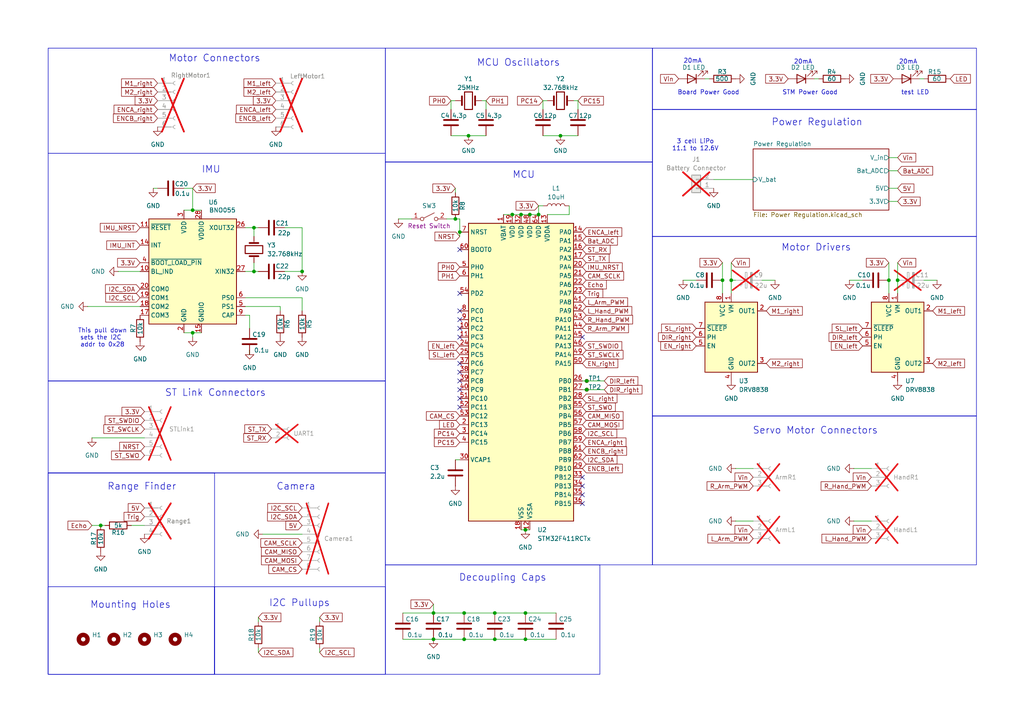
<source format=kicad_sch>
(kicad_sch (version 20231120) (generator "eeschema") (generator_version "8.0")
  (paper "A4")
  (title_block (title "WALL-E Motherboard") (company "Cal Poly") (comment 1 "Spring 2025"))
  (junction (at 134.62 177.8))
  (junction (at 152.4 153.67))
  (junction (at 125.73 185.42))
  (junction (at 260.35 81.28))
  (junction (at 87.63 78.74))
  (junction (at 209.55 81.28))
  (junction (at 170.18 113.03))
  (junction (at 212.09 81.28))
  (junction (at 156.21 62.23))
  (junction (at 29.21 152.4))
  (junction (at 143.51 177.8))
  (junction (at 55.88 60.96))
  (junction (at 73.66 66.04))
  (junction (at 152.4 185.42))
  (junction (at 257.81 81.28))
  (junction (at 73.66 78.74))
  (junction (at 55.88 96.52))
  (junction (at 135.89 39.37))
  (junction (at 152.4 177.8))
  (junction (at 132.08 63.5))
  (junction (at 170.18 110.49))
  (junction (at 151.13 62.23))
  (junction (at 153.67 62.23))
  (junction (at 125.73 177.8))
  (junction (at 162.56 39.37))
  (junction (at 148.59 62.23))
  (junction (at 143.51 185.42))
  (junction (at 134.62 185.42))
  (junction (at 133.35 67.31))
  (no_connect (at 133.35 90.17))
  (no_connect (at 133.35 72.39))
  (no_connect (at 133.35 97.79))
  (no_connect (at 133.35 105.41))
  (no_connect (at 168.91 140.97))
  (no_connect (at 133.35 110.49))
  (no_connect (at 168.91 146.05))
  (no_connect (at 133.35 107.95))
  (no_connect (at 168.91 97.79))
  (no_connect (at 133.35 115.57))
  (no_connect (at 133.35 92.71))
  (no_connect (at 133.35 113.03))
  (no_connect (at 133.35 118.11))
  (no_connect (at 168.91 143.51))
  (no_connect (at 168.91 138.43))
  (no_connect (at 133.35 95.25))
  (no_connect (at 133.35 85.09))
  (wire (pts (xy 257.81 76.2) (xy 257.81 81.28)))
  (wire (pts (xy 212.09 76.2) (xy 212.09 81.28)))
  (wire (pts (xy 71.12 88.9) (xy 81.28 88.9)))
  (wire (pts (xy 260.35 81.28) (xy 260.35 85.09)))
  (wire (pts (xy 175.26 113.03) (xy 170.18 113.03)))
  (wire (pts (xy 29.21 152.4) (xy 30.48 152.4)))
  (wire (pts (xy 170.18 113.03) (xy 168.91 113.03)))
  (wire (pts (xy 87.63 78.74) (xy 87.63 66.04)))
  (wire (pts (xy 133.35 63.5) (xy 132.08 63.5)))
  (wire (pts (xy 45.72 54.61) (xy 44.45 54.61)))
  (wire (pts (xy 38.1 152.4) (xy 41.91 152.4)))
  (wire (pts (xy 260.35 76.2) (xy 260.35 81.28)))
  (wire (pts (xy 74.93 189.23) (xy 74.93 187.96)))
  (wire (pts (xy 162.56 39.37) (xy 167.64 39.37)))
  (wire (pts (xy 207.01 52.07) (xy 218.44 52.07)))
  (wire (pts (xy 116.84 177.8) (xy 125.73 177.8)))
  (wire (pts (xy 165.1 62.23) (xy 158.75 62.23)))
  (wire (pts (xy 209.55 81.28) (xy 209.55 85.09)))
  (wire (pts (xy 72.39 102.87) (xy 72.39 101.6)))
  (wire (pts (xy 134.62 177.8) (xy 143.51 177.8)))
  (wire (pts (xy 166.37 29.21) (xy 167.64 29.21)))
  (wire (pts (xy 73.66 66.04) (xy 73.66 68.58)))
  (wire (pts (xy 55.88 60.96) (xy 58.42 60.96)))
  (wire (pts (xy 129.54 63.5) (xy 132.08 63.5)))
  (wire (pts (xy 72.39 91.44) (xy 71.12 91.44)))
  (wire (pts (xy 257.81 81.28) (xy 257.81 85.09)))
  (wire (pts (xy 257.81 45.72) (xy 260.35 45.72)))
  (wire (pts (xy 257.81 58.42) (xy 260.35 58.42)))
  (wire (pts (xy 71.12 66.04) (xy 73.66 66.04)))
  (wire (pts (xy 246.38 81.28) (xy 250.19 81.28)))
  (wire (pts (xy 125.73 185.42) (xy 134.62 185.42)))
  (wire (pts (xy 156.21 59.69) (xy 157.48 59.69)))
  (wire (pts (xy 220.98 81.28) (xy 224.79 81.28)))
  (wire (pts (xy 71.12 78.74) (xy 73.66 78.74)))
  (wire (pts (xy 87.63 66.04) (xy 82.55 66.04)))
  (wire (pts (xy 257.81 49.53) (xy 260.35 49.53)))
  (wire (pts (xy 92.71 179.07) (xy 92.71 180.34)))
  (wire (pts (xy 115.57 63.5) (xy 119.38 63.5)))
  (wire (pts (xy 73.66 78.74) (xy 74.93 78.74)))
  (wire (pts (xy 55.88 96.52) (xy 58.42 96.52)))
  (wire (pts (xy 148.59 62.23) (xy 151.13 62.23)))
  (wire (pts (xy 151.13 153.67) (xy 152.4 153.67)))
  (wire (pts (xy 156.21 59.69) (xy 156.21 62.23)))
  (wire (pts (xy 198.12 81.28) (xy 201.93 81.28)))
  (wire (pts (xy 92.71 189.23) (xy 92.71 187.96)))
  (wire (pts (xy 247.65 151.13) (xy 252.73 151.13)))
  (wire (pts (xy 87.63 90.17) (xy 87.63 86.36)))
  (wire (pts (xy 132.08 29.21) (xy 130.81 29.21)))
  (wire (pts (xy 267.97 81.28) (xy 271.78 81.28)))
  (wire (pts (xy 175.26 110.49) (xy 170.18 110.49)))
  (wire (pts (xy 82.55 78.74) (xy 87.63 78.74)))
  (wire (pts (xy 152.4 153.67) (xy 153.67 153.67)))
  (wire (pts (xy 212.09 81.28) (xy 212.09 85.09)))
  (wire (pts (xy 165.1 59.69) (xy 165.1 62.23)))
  (wire (pts (xy 74.93 179.07) (xy 74.93 180.34)))
  (wire (pts (xy 116.84 185.42) (xy 125.73 185.42)))
  (wire (pts (xy 157.48 39.37) (xy 162.56 39.37)))
  (wire (pts (xy 158.75 29.21) (xy 157.48 29.21)))
  (wire (pts (xy 213.36 151.13) (xy 218.44 151.13)))
  (wire (pts (xy 87.63 86.36) (xy 71.12 86.36)))
  (wire (pts (xy 146.05 62.23) (xy 148.59 62.23)))
  (wire (pts (xy 209.55 76.2) (xy 209.55 81.28)))
  (wire (pts (xy 135.89 39.37) (xy 130.81 39.37)))
  (wire (pts (xy 72.39 95.25) (xy 72.39 91.44)))
  (wire (pts (xy 247.65 135.89) (xy 252.73 135.89)))
  (wire (pts (xy 134.62 185.42) (xy 143.51 185.42)))
  (wire (pts (xy 26.67 152.4) (xy 29.21 152.4)))
  (wire (pts (xy 125.73 177.8) (xy 134.62 177.8)))
  (wire (pts (xy 125.73 175.26) (xy 125.73 177.8)))
  (wire (pts (xy 53.34 60.96) (xy 55.88 60.96)))
  (wire (pts (xy 143.51 185.42) (xy 152.4 185.42)))
  (wire (pts (xy 204.47 22.86) (xy 205.74 22.86)))
  (wire (pts (xy 152.4 185.42) (xy 161.29 185.42)))
  (wire (pts (xy 73.66 66.04) (xy 74.93 66.04)))
  (wire (pts (xy 133.35 67.31) (xy 133.35 63.5)))
  (wire (pts (xy 140.97 29.21) (xy 140.97 31.75)))
  (wire (pts (xy 130.81 29.21) (xy 130.81 31.75)))
  (wire (pts (xy 34.29 78.74) (xy 40.64 78.74)))
  (wire (pts (xy 55.88 97.79) (xy 55.88 96.52)))
  (wire (pts (xy 157.48 29.21) (xy 157.48 31.75)))
  (wire (pts (xy 143.51 177.8) (xy 152.4 177.8)))
  (wire (pts (xy 132.08 54.61) (xy 132.08 55.88)))
  (wire (pts (xy 132.08 133.35) (xy 133.35 133.35)))
  (wire (pts (xy 53.34 54.61) (xy 55.88 54.61)))
  (wire (pts (xy 55.88 54.61) (xy 55.88 60.96)))
  (wire (pts (xy 135.89 39.37) (xy 140.97 39.37)))
  (wire (pts (xy 151.13 62.23) (xy 153.67 62.23)))
  (wire (pts (xy 25.4 88.9) (xy 40.64 88.9)))
  (wire (pts (xy 152.4 177.8) (xy 161.29 177.8)))
  (wire (pts (xy 257.81 54.61) (xy 260.35 54.61)))
  (wire (pts (xy 139.7 29.21) (xy 140.97 29.21)))
  (wire (pts (xy 26.67 127) (xy 41.91 127)))
  (wire (pts (xy 133.35 67.31) (xy 133.35 68.58)))
  (wire (pts (xy 81.28 88.9) (xy 81.28 90.17)))
  (wire (pts (xy 76.2 154.94) (xy 87.63 154.94)))
  (wire (pts (xy 167.64 29.21) (xy 167.64 31.75)))
  (wire (pts (xy 236.22 22.86) (xy 237.49 22.86)))
  (wire (pts (xy 73.66 76.2) (xy 73.66 78.74)))
  (wire (pts (xy 170.18 110.49) (xy 168.91 110.49)))
  (wire (pts (xy 55.88 96.52) (xy 53.34 96.52)))
  (wire (pts (xy 213.36 135.89) (xy 218.44 135.89)))
  (wire (pts (xy 153.67 62.23) (xy 156.21 62.23)))
  (wire (pts (xy 213.36 81.28) (xy 212.09 81.28)))
  (wire (pts (xy 266.7 22.86) (xy 267.97 22.86)))
  (rectangle (start 13.97 137.16) (end 111.76 195.58))
  (rectangle (start 13.97 137.16) (end 62.23 195.58))
  (rectangle (start 111.76 163.83) (end 173.99 195.58))
  (rectangle (start 189.23 68.58) (end 283.21 120.65))
  (rectangle (start 189.23 13.97) (end 283.21 31.75))
  (rectangle (start 189.23 31.75) (end 283.21 68.58))
  (rectangle (start 111.76 46.99) (end 189.23 163.83))
  (rectangle (start 13.97 13.97) (end 111.76 44.45))
  (rectangle (start 13.97 44.45) (end 111.76 110.49))
  (rectangle (start 13.97 110.49) (end 111.76 137.16))
  (rectangle (start 111.76 13.97) (end 189.23 46.99))
  (rectangle (start 13.97 170.18) (end 62.23 195.58))
  (rectangle (start 62.23 170.18) (end 111.76 195.58))
  (rectangle (start 189.23 120.65) (end 283.21 163.83))
  (text "Decoupling Caps" (at 145.796 167.64 0) (effects (font (size 2 2))))
  (text "STM Power Good" (at 234.95 26.924 0) (effects (font (size 1.27 1.27))))
  (text "Board Power Good" (at 205.486 26.924 0) (effects (font (size 1.27 1.27))))
  (text "Range Finder" (at 41.148 141.224 0) (effects (font (size 2 2))))
  (text "Power Regulation" (at 236.982 35.56 0) (effects (font (size 2 2))))
  (text "Mounting Holes" (at 37.846 175.514 0) (effects (font (size 2 2))))
  (text "Camera" (at 85.852 141.224 0) (effects (font (size 2 2))))
  (text "MCU Oscillators" (at 150.368 18.288 0) (effects (font (size 2 2))))
  (text "Motor Connectors" (at 62.23 17.018 0) (effects (font (size 2 2))))
  (text "Servo Motor Connectors" (at 236.474 124.968 0) (effects (font (size 2 2))))
  (text "ST Link Connectors" (at 62.484 114.046 0) (effects (font (size 2 2))))
  (text "IMU" (at 61.214 49.276 0) (effects (font (size 2 2))))
  (text "20mA" (at 232.918 18.034 0) (effects (font (size 1.27 1.27))))
  (text "Motor Drivers" (at 236.728 71.882 0) (effects (font (size 2 2))))
  (text "20mA" (at 263.398 18.034 0) (effects (font (size 1.27 1.27))))
  (text "I2C Pullups" (at 86.868 175.006 0) (effects (font (size 2 2))))
  (text "3 cell LiPo\n11.1 to 12.6V" (at 201.676 42.164 0) (effects (font (size 1.27 1.27))))
  (text "test LED" (at 265.43 26.924 0) (effects (font (size 1.27 1.27))))
  (text "This pull down\nsets the I2C \naddr to 0x28" (at 29.718 98.044 0) (effects (font (size 1.27 1.27))))
  (text "20mA" (at 200.914 17.78 0) (effects (font (size 1.27 1.27))))
  (text "MCU" (at 151.892 50.8 0) (effects (font (size 2 2))))
  (global_label "EN_right" (shape input) (at 168.91 105.41 0) (property "Intersheetrefs" "${INTERSHEET_REFS}" (effects (hide yes))))
  (global_label "3.3V" (shape input) (at 41.91 119.38 180) (property "Intersheetrefs" "${INTERSHEET_REFS}" (effects (hide yes))))
  (global_label "CAM_SCLK" (shape input) (at 168.91 80.01 0) (property "Intersheetrefs" "${INTERSHEET_REFS}" (effects (hide yes))))
  (global_label "3.3V" (shape input) (at 125.73 175.26 180) (property "Intersheetrefs" "${INTERSHEET_REFS}" (effects (hide yes))))
  (global_label "M1_left" (shape input) (at 270.51 90.17 0) (property "Intersheetrefs" "${INTERSHEET_REFS}" (effects (hide yes))))
  (global_label "ST_SWO" (shape input) (at 41.91 132.08 180) (property "Intersheetrefs" "${INTERSHEET_REFS}" (effects (hide yes))))
  (global_label "I2C_SDA" (shape input) (at 74.93 189.23 0) (property "Intersheetrefs" "${INTERSHEET_REFS}" (effects (hide yes))))
  (global_label "L_Arm_PWM" (shape input) (at 218.44 156.21 180) (property "Intersheetrefs" "${INTERSHEET_REFS}" (effects (hide yes))))
  (global_label "Bat_ADC" (shape input) (at 260.35 49.53 0) (property "Intersheetrefs" "${INTERSHEET_REFS}" (effects (hide yes))))
  (global_label "I2C_SDA" (shape input) (at 168.91 133.35 0) (property "Intersheetrefs" "${INTERSHEET_REFS}" (effects (hide yes))))
  (global_label "L_Arm_PWM" (shape input) (at 168.91 87.63 0) (property "Intersheetrefs" "${INTERSHEET_REFS}" (effects (hide yes))))
  (global_label "Vin" (shape input) (at 196.85 22.86 180) (property "Intersheetrefs" "${INTERSHEET_REFS}" (effects (hide yes))))
  (global_label "IMU_NRST" (shape input) (at 168.91 77.47 0) (property "Intersheetrefs" "${INTERSHEET_REFS}" (effects (hide yes))))
  (global_label "Echo" (shape input) (at 168.91 82.55 0) (property "Intersheetrefs" "${INTERSHEET_REFS}" (effects (hide yes))))
  (global_label "EN_right" (shape input) (at 201.93 100.33 180) (property "Intersheetrefs" "${INTERSHEET_REFS}" (effects (hide yes))))
  (global_label "L_Hand_PWM" (shape input) (at 168.91 90.17 0) (property "Intersheetrefs" "${INTERSHEET_REFS}" (effects (hide yes))))
  (global_label "M2_right" (shape input) (at 222.25 105.41 0) (property "Intersheetrefs" "${INTERSHEET_REFS}" (effects (hide yes))))
  (global_label "IMU_NRST" (shape input) (at 40.64 66.04 180) (property "Intersheetrefs" "${INTERSHEET_REFS}" (effects (hide yes))))
  (global_label "DIR_right" (shape input) (at 175.26 113.03 0) (property "Intersheetrefs" "${INTERSHEET_REFS}" (effects (hide yes))))
  (global_label "3.3V" (shape input) (at 80.01 29.21 180) (property "Intersheetrefs" "${INTERSHEET_REFS}" (effects (hide yes))))
  (global_label "M1_right" (shape input) (at 222.25 90.17 0) (property "Intersheetrefs" "${INTERSHEET_REFS}" (effects (hide yes))))
  (global_label "ST_SWDIO" (shape input) (at 41.91 121.92 180) (property "Intersheetrefs" "${INTERSHEET_REFS}" (effects (hide yes))))
  (global_label "3.3V" (shape input) (at 257.81 76.2 180) (property "Intersheetrefs" "${INTERSHEET_REFS}" (effects (hide yes))))
  (global_label "ENCA_right" (shape input) (at 45.72 31.75 180) (property "Intersheetrefs" "${INTERSHEET_REFS}" (effects (hide yes))))
  (global_label "M2_left" (shape input) (at 80.01 26.67 180) (property "Intersheetrefs" "${INTERSHEET_REFS}" (effects (hide yes))))
  (global_label "Vin" (shape input) (at 218.44 153.67 180) (property "Intersheetrefs" "${INTERSHEET_REFS}" (effects (hide yes))))
  (global_label "M1_right" (shape input) (at 45.72 24.13 180) (property "Intersheetrefs" "${INTERSHEET_REFS}" (effects (hide yes))))
  (global_label "3.3V" (shape input) (at 132.08 54.61 180) (property "Intersheetrefs" "${INTERSHEET_REFS}" (effects (hide yes))))
  (global_label "CAM_MOSI" (shape input) (at 168.91 123.19 0) (property "Intersheetrefs" "${INTERSHEET_REFS}" (effects (hide yes))))
  (global_label "Vin" (shape input) (at 252.73 138.43 180) (property "Intersheetrefs" "${INTERSHEET_REFS}" (effects (hide yes))))
  (global_label "Trig" (shape input) (at 41.91 149.86 180) (property "Intersheetrefs" "${INTERSHEET_REFS}" (effects (hide yes))))
  (global_label "I2C_SCL" (shape input) (at 87.63 147.32 180) (property "Intersheetrefs" "${INTERSHEET_REFS}" (effects (hide yes))))
  (global_label "ST_SWO" (shape input) (at 168.91 118.11 0) (property "Intersheetrefs" "${INTERSHEET_REFS}" (effects (hide yes))))
  (global_label "ST_SWCLK" (shape input) (at 41.91 124.46 180) (property "Intersheetrefs" "${INTERSHEET_REFS}" (effects (hide yes))))
  (global_label "ENCB_right" (shape input) (at 45.72 34.29 180) (property "Intersheetrefs" "${INTERSHEET_REFS}" (effects (hide yes))))
  (global_label "LED" (shape input) (at 275.59 22.86 0) (property "Intersheetrefs" "${INTERSHEET_REFS}" (effects (hide yes))))
  (global_label "SL_right" (shape input) (at 201.93 95.25 180) (property "Intersheetrefs" "${INTERSHEET_REFS}" (effects (hide yes))))
  (global_label "CAM_MISO" (shape input) (at 87.63 160.02 180) (property "Intersheetrefs" "${INTERSHEET_REFS}" (effects (hide yes))))
  (global_label "ENCB_right" (shape input) (at 168.91 130.81 0) (property "Intersheetrefs" "${INTERSHEET_REFS}" (effects (hide yes))))
  (global_label "3.3V" (shape input) (at 259.08 22.86 180) (property "Intersheetrefs" "${INTERSHEET_REFS}" (effects (hide yes))))
  (global_label "CAM_SCLK" (shape input) (at 87.63 157.48 180) (property "Intersheetrefs" "${INTERSHEET_REFS}" (effects (hide yes))))
  (global_label "M1_left" (shape input) (at 80.01 24.13 180) (property "Intersheetrefs" "${INTERSHEET_REFS}" (effects (hide yes))))
  (global_label "Vin" (shape input) (at 260.35 45.72 0) (property "Intersheetrefs" "${INTERSHEET_REFS}" (effects (hide yes))))
  (global_label "3.3V" (shape input) (at 92.71 179.07 0) (property "Intersheetrefs" "${INTERSHEET_REFS}" (effects (hide yes))))
  (global_label "EN_left" (shape input) (at 250.19 100.33 180) (property "Intersheetrefs" "${INTERSHEET_REFS}" (effects (hide yes))))
  (global_label "Echo" (shape input) (at 26.67 152.4 180) (property "Intersheetrefs" "${INTERSHEET_REFS}" (effects (hide yes))))
  (global_label "NRST" (shape input) (at 41.91 129.54 180) (property "Intersheetrefs" "${INTERSHEET_REFS}" (effects (hide yes))))
  (global_label "3.3V" (shape input) (at 74.93 179.07 0) (property "Intersheetrefs" "${INTERSHEET_REFS}" (effects (hide yes))))
  (global_label "3.3V" (shape input) (at 260.35 58.42 0) (property "Intersheetrefs" "${INTERSHEET_REFS}" (effects (hide yes))))
  (global_label "R_Hand_PWM" (shape input) (at 252.73 140.97 180) (property "Intersheetrefs" "${INTERSHEET_REFS}" (effects (hide yes))))
  (global_label "CAM_MISO" (shape input) (at 168.91 120.65 0) (property "Intersheetrefs" "${INTERSHEET_REFS}" (effects (hide yes))))
  (global_label "PH0" (shape input) (at 133.35 77.47 180) (property "Intersheetrefs" "${INTERSHEET_REFS}" (effects (hide yes))))
  (global_label "PH1" (shape input) (at 140.97 29.21 0) (property "Intersheetrefs" "${INTERSHEET_REFS}" (effects (hide yes))))
  (global_label "ST_SWDIO" (shape input) (at 168.91 100.33 0) (property "Intersheetrefs" "${INTERSHEET_REFS}" (effects (hide yes))))
  (global_label "R_Hand_PWM" (shape input) (at 168.91 92.71 0) (property "Intersheetrefs" "${INTERSHEET_REFS}" (effects (hide yes))))
  (global_label "Bat_ADC" (shape input) (at 168.91 69.85 0) (property "Intersheetrefs" "${INTERSHEET_REFS}" (effects (hide yes))))
  (global_label "LED" (shape input) (at 133.35 123.19 180) (property "Intersheetrefs" "${INTERSHEET_REFS}" (effects (hide yes))))
  (global_label "NRST" (shape input) (at 133.35 68.58 180) (property "Intersheetrefs" "${INTERSHEET_REFS}" (effects (hide yes))))
  (global_label "DIR_left" (shape input) (at 250.19 97.79 180) (property "Intersheetrefs" "${INTERSHEET_REFS}" (effects (hide yes))))
  (global_label "3.3V" (shape input) (at 156.21 59.69 180) (property "Intersheetrefs" "${INTERSHEET_REFS}" (effects (hide yes))))
  (global_label "DIR_right" (shape input) (at 201.93 97.79 180) (property "Intersheetrefs" "${INTERSHEET_REFS}" (effects (hide yes))))
  (global_label "PH1" (shape input) (at 133.35 80.01 180) (property "Intersheetrefs" "${INTERSHEET_REFS}" (effects (hide yes))))
  (global_label "ENCA_left" (shape input) (at 80.01 31.75 180) (property "Intersheetrefs" "${INTERSHEET_REFS}" (effects (hide yes))))
  (global_label "IMU_INT" (shape input) (at 40.64 71.12 180) (property "Intersheetrefs" "${INTERSHEET_REFS}" (effects (hide yes))))
  (global_label "3.3V" (shape input) (at 45.72 29.21 180) (property "Intersheetrefs" "${INTERSHEET_REFS}" (effects (hide yes))))
  (global_label "Vin" (shape input) (at 260.35 76.2 0) (property "Intersheetrefs" "${INTERSHEET_REFS}" (effects (hide yes))))
  (global_label "M2_right" (shape input) (at 45.72 26.67 180) (property "Intersheetrefs" "${INTERSHEET_REFS}" (effects (hide yes))))
  (global_label "3.3V" (shape input) (at 228.6 22.86 180) (property "Intersheetrefs" "${INTERSHEET_REFS}" (effects (hide yes))))
  (global_label "ENCA_right" (shape input) (at 168.91 128.27 0) (property "Intersheetrefs" "${INTERSHEET_REFS}" (effects (hide yes))))
  (global_label "ST_TX" (shape input) (at 78.74 124.46 180) (property "Intersheetrefs" "${INTERSHEET_REFS}" (effects (hide yes))))
  (global_label "DIR_left" (shape input) (at 175.26 110.49 0) (property "Intersheetrefs" "${INTERSHEET_REFS}" (effects (hide yes))))
  (global_label "CAM_CS" (shape input) (at 133.35 120.65 180) (property "Intersheetrefs" "${INTERSHEET_REFS}" (effects (hide yes))))
  (global_label "R_Arm_PWM" (shape input) (at 168.91 95.25 0) (property "Intersheetrefs" "${INTERSHEET_REFS}" (effects (hide yes))))
  (global_label "5V" (shape input) (at 87.63 152.4 180) (property "Intersheetrefs" "${INTERSHEET_REFS}" (effects (hide yes))))
  (global_label "EN_left" (shape input) (at 133.35 100.33 180) (property "Intersheetrefs" "${INTERSHEET_REFS}" (effects (hide yes))))
  (global_label "PC14" (shape input) (at 157.48 29.21 180) (property "Intersheetrefs" "${INTERSHEET_REFS}" (effects (hide yes))))
  (global_label "SL_left" (shape input) (at 133.35 102.87 180) (property "Intersheetrefs" "${INTERSHEET_REFS}" (effects (hide yes))))
  (global_label "ST_RX" (shape input) (at 78.74 127 180) (property "Intersheetrefs" "${INTERSHEET_REFS}" (effects (hide yes))))
  (global_label "CAM_CS" (shape input) (at 87.63 165.1 180) (property "Intersheetrefs" "${INTERSHEET_REFS}" (effects (hide yes))))
  (global_label "I2C_SDA" (shape input) (at 87.63 149.86 180) (property "Intersheetrefs" "${INTERSHEET_REFS}" (effects (hide yes))))
  (global_label "3.3V" (shape input) (at 40.64 76.2 180) (property "Intersheetrefs" "${INTERSHEET_REFS}" (effects (hide yes))))
  (global_label "ENCB_left" (shape input) (at 168.91 135.89 0) (property "Intersheetrefs" "${INTERSHEET_REFS}" (effects (hide yes))))
  (global_label "Vin" (shape input) (at 218.44 138.43 180) (property "Intersheetrefs" "${INTERSHEET_REFS}" (effects (hide yes))))
  (global_label "ENCB_left" (shape input) (at 80.01 34.29 180) (property "Intersheetrefs" "${INTERSHEET_REFS}" (effects (hide yes))))
  (global_label "PH0" (shape input) (at 130.81 29.21 180) (property "Intersheetrefs" "${INTERSHEET_REFS}" (effects (hide yes))))
  (global_label "5V" (shape input) (at 260.35 54.61 0) (property "Intersheetrefs" "${INTERSHEET_REFS}" (effects (hide yes))))
  (global_label "5V" (shape input) (at 41.91 147.32 180) (property "Intersheetrefs" "${INTERSHEET_REFS}" (effects (hide yes))))
  (global_label "I2C_SDA" (shape input) (at 40.64 83.82 180) (property "Intersheetrefs" "${INTERSHEET_REFS}" (effects (hide yes))))
  (global_label "SL_right" (shape input) (at 168.91 115.57 0) (property "Intersheetrefs" "${INTERSHEET_REFS}" (effects (hide yes))))
  (global_label "R_Arm_PWM" (shape input) (at 218.44 140.97 180) (property "Intersheetrefs" "${INTERSHEET_REFS}" (effects (hide yes))))
  (global_label "3.3V" (shape input) (at 209.55 76.2 180) (property "Intersheetrefs" "${INTERSHEET_REFS}" (effects (hide yes))))
  (global_label "ST_RX" (shape input) (at 168.91 72.39 0) (property "Intersheetrefs" "${INTERSHEET_REFS}" (effects (hide yes))))
  (global_label "Vin" (shape input) (at 212.09 76.2 0) (property "Intersheetrefs" "${INTERSHEET_REFS}" (effects (hide yes))))
  (global_label "ENCA_left" (shape input) (at 168.91 67.31 0) (property "Intersheetrefs" "${INTERSHEET_REFS}" (effects (hide yes))))
  (global_label "ST_SWCLK" (shape input) (at 168.91 102.87 0) (property "Intersheetrefs" "${INTERSHEET_REFS}" (effects (hide yes))))
  (global_label "Trig" (shape input) (at 168.91 85.09 0) (property "Intersheetrefs" "${INTERSHEET_REFS}" (effects (hide yes))))
  (global_label "L_Hand_PWM" (shape input) (at 252.73 156.21 180) (property "Intersheetrefs" "${INTERSHEET_REFS}" (effects (hide yes))))
  (global_label "Vin" (shape input) (at 252.73 153.67 180) (property "Intersheetrefs" "${INTERSHEET_REFS}" (effects (hide yes))))
  (global_label "PC15" (shape input) (at 133.35 128.27 180) (property "Intersheetrefs" "${INTERSHEET_REFS}" (effects (hide yes))))
  (global_label "ST_TX" (shape input) (at 168.91 74.93 0) (property "Intersheetrefs" "${INTERSHEET_REFS}" (effects (hide yes))))
  (global_label "I2C_SCL" (shape input) (at 40.64 86.36 180) (property "Intersheetrefs" "${INTERSHEET_REFS}" (effects (hide yes))))
  (global_label "I2C_SCL" (shape input) (at 92.71 189.23 0) (property "Intersheetrefs" "${INTERSHEET_REFS}" (effects (hide yes))))
  (global_label "SL_left" (shape input) (at 250.19 95.25 180) (property "Intersheetrefs" "${INTERSHEET_REFS}" (effects (hide yes))))
  (global_label "PC14" (shape input) (at 133.35 125.73 180) (property "Intersheetrefs" "${INTERSHEET_REFS}" (effects (hide yes))))
  (global_label "I2C_SCL" (shape input) (at 168.91 125.73 0) (property "Intersheetrefs" "${INTERSHEET_REFS}" (effects (hide yes))))
  (global_label "CAM_MOSI" (shape input) (at 87.63 162.56 180) (property "Intersheetrefs" "${INTERSHEET_REFS}" (effects (hide yes))))
  (global_label "3.3V" (shape input) (at 55.88 54.61 0) (property "Intersheetrefs" "${INTERSHEET_REFS}" (effects (hide yes))))
  (global_label "PC15" (shape input) (at 167.64 29.21 0) (property "Intersheetrefs" "${INTERSHEET_REFS}" (effects (hide yes))))
  (global_label "M2_left" (shape input) (at 270.51 105.41 0) (property "Intersheetrefs" "${INTERSHEET_REFS}" (effects (hide yes))))
  (symbol (lib_id "Device:C") (at 152.4 181.61 0) (unit 1)
    (property "Reference" "C24" (at 153.162 179.578 0) (effects (justify left)))
    (property "Value" "0.1u" (at 153.67 184.15 0) (effects (justify left)))
    (property "Footprint" "Capacitor_SMD:C_0603_1608Metric" (effects (hide yes)))
    (property "Description" "Unpolarized capacitor" (effects (hide yes)))
  )
  (symbol (lib_id "Connector:Conn_01x03_Socket") (at 223.52 153.67 0) (unit 1) (dnp yes)
    (property "Reference" "ArmL1" (at 224.79 153.6699 0) (effects (justify left)))
    (property "Value" "Conn_01x03_Socket" (effects (hide yes)))
    (property "Footprint" "Connector_PinHeader_2.54mm:PinHeader_1x03_P2.54mm_Vertical" (effects (hide yes)))
    (property "Description" "Generic connector, single row, 01x03, script generated" (effects (hide yes)))
  )
  (symbol (lib_id "Connector:TestPoint_Small") (at 170.18 113.03 0) (unit 1)
    (property "Reference" "TP2" (at 170.688 112.268 0) (effects (justify left)))
    (property "Value" "TestPoint_Small" (effects (hide yes)))
    (property "Footprint" "TestPoint:TestPoint_Pad_D1.0mm" (effects (hide yes)))
    (property "Description" "test point" (effects (hide yes)))
  )
  (symbol (lib_id "Device:C") (at 140.97 35.56 0) (unit 1)
    (property "Reference" "C5" (at 137.922 33.528 0) (effects (justify left)))
    (property "Value" "4.3p" (at 141.224 33.528 0) (effects (justify left)))
    (property "Footprint" "Capacitor_SMD:C_0603_1608Metric" (effects (hide yes)))
    (property "Description" "Unpolarized capacitor" (effects (hide yes)))
  )
  (symbol (lib_id "Device:C") (at 167.64 35.56 0) (unit 1)
    (property "Reference" "C7" (at 164.846 33.528 0) (effects (justify left)))
    (property "Value" "12p" (at 167.894 33.528 0) (effects (justify left)))
    (property "Footprint" "Capacitor_SMD:C_0603_1608Metric" (effects (hide yes)))
    (property "Description" "Unpolarized capacitor" (effects (hide yes)))
  )
  (symbol (lib_id "power:GND") (at 207.01 54.61 0) (unit 1)
    (property "Reference" "#PWR01" (effects (hide yes)))
    (property "Value" "GND" (at 207.01 59.69 0))
    (property "Description" "Power symbol creates a global label with name \"GND\" , ground" (effects (hide yes)))
  )
  (symbol (lib_id "power:GND") (at 260.35 110.49 0) (unit 1)
    (property "Reference" "#PWR020" (effects (hide yes)))
    (property "Value" "GND" (at 260.35 115.57 0))
    (property "Description" "Power symbol creates a global label with name \"GND\" , ground" (effects (hide yes)))
  )
  (symbol (lib_id "power:GND") (at 115.57 63.5 0) (unit 1)
    (property "Reference" "#PWR035" (effects (hide yes)))
    (property "Value" "GND" (at 115.57 68.58 0))
    (property "Description" "Power symbol creates a global label with name \"GND\" , ground" (effects (hide yes)))
  )
  (symbol (lib_id "Device:Crystal") (at 162.56 29.21 180) (unit 1)
    (property "Reference" "Y2" (at 162.56 22.86 0))
    (property "Value" "32.768kHz" (at 162.56 25.4 0))
    (property "Footprint" "Crystal:Crystal_SMD_3215-2Pin_3.2x1.5mm" (effects (hide yes)))
    (property "Description" "Two pin crystal" (effects (hide yes)))
  )
  (symbol (lib_id "Device:R") (at 209.55 22.86 90) (unit 1)
    (property "Reference" "R3" (at 210.82 20.828 90) (effects (justify left)))
    (property "Value" "500" (at 211.328 22.86 90) (effects (justify left)))
    (property "Footprint" "Resistor_SMD:R_0603_1608Metric" (effects (hide yes)))
    (property "Description" "Resistor" (effects (hide yes)))
  )
  (symbol (lib_id "power:GND") (at 247.65 151.13 270) (unit 1)
    (property "Reference" "#PWR052" (effects (hide yes)))
    (property "Value" "GND" (at 243.84 151.1299 90) (effects (justify right)))
    (property "Description" "Power symbol creates a global label with name \"GND\" , ground" (effects (hide yes)))
  )
  (symbol (lib_id "Device:C") (at 125.73 181.61 0) (unit 1)
    (property "Reference" "C17" (at 126.492 179.578 0) (effects (justify left)))
    (property "Value" "0.1u" (at 127 184.15 0) (effects (justify left)))
    (property "Footprint" "Capacitor_SMD:C_0603_1608Metric" (effects (hide yes)))
    (property "Description" "Unpolarized capacitor" (effects (hide yes)))
  )
  (symbol (lib_id "Device:C") (at 134.62 181.61 0) (unit 1)
    (property "Reference" "C18" (at 135.382 179.578 0) (effects (justify left)))
    (property "Value" "0.1u" (at 135.89 184.15 0) (effects (justify left)))
    (property "Footprint" "Capacitor_SMD:C_0603_1608Metric" (effects (hide yes)))
    (property "Description" "Unpolarized capacitor" (effects (hide yes)))
  )
  (symbol (lib_id "Device:R") (at 40.64 95.25 0) (unit 1)
    (property "Reference" "R7" (at 38.608 95.25 90))
    (property "Value" "10k" (at 40.64 95.25 90))
    (property "Footprint" "Resistor_SMD:R_0603_1608Metric" (effects (hide yes)))
    (property "Description" "Resistor" (effects (hide yes)))
  )
  (symbol (lib_id "Connector:Conn_01x06_Socket") (at 50.8 29.21 0) (unit 1) (dnp yes)
    (property "Reference" "RightMotor1" (at 49.53 21.844 0) (effects (justify left)))
    (property "Value" "Conn_01x06_Socket" (effects (hide yes)))
    (property "Footprint" "Connector_PinHeader_2.54mm:PinHeader_1x06_P2.54mm_Vertical" (effects (hide yes)))
    (property "Description" "Generic connector, single row, 01x06, script generated" (effects (hide yes)))
  )
  (symbol (lib_id "power:GND") (at 152.4 153.67 0) (unit 1)
    (property "Reference" "#PWR05" (effects (hide yes)))
    (property "Value" "GND" (at 152.4 158.75 0))
    (property "Description" "Power symbol creates a global label with name \"GND\" , ground" (effects (hide yes)))
  )
  (symbol (lib_id "Device:C") (at 49.53 54.61 90) (unit 1)
    (property "Reference" "C20" (at 54.61 53.34 90) (effects (justify left)))
    (property "Value" "0.1u" (at 55.118 56.134 90) (effects (justify left)))
    (property "Footprint" "Capacitor_SMD:C_0603_1608Metric" (effects (hide yes)))
    (property "Description" "Unpolarized capacitor" (effects (hide yes)))
  )
  (symbol (lib_id "Mechanical:MountingHole") (at 41.91 185.42 0) (unit 1) (exclude_from_sim yes) (in_bom no)
    (property "Reference" "H3" (at 44.45 184.1499 0) (effects (justify left)))
    (property "Value" "MountingHole" (effects (hide yes)))
    (property "Footprint" "MountingHole:MountingHole_3.2mm_M3" (effects (hide yes)))
    (property "Description" "Mounting Hole without connection" (effects (hide yes)))
  )
  (symbol (lib_id "Device:C") (at 132.08 137.16 0) (unit 1)
    (property "Reference" "C3" (at 124.714 135.636 0) (effects (justify left)))
    (property "Value" "2.2u" (at 124.714 138.176 0) (effects (justify left)))
    (property "Footprint" "Capacitor_SMD:C_0603_1608Metric" (effects (hide yes)))
    (property "Description" "Unpolarized capacitor" (effects (hide yes)))
  )
  (symbol (lib_id "Driver_Motor:DRV8838") (at 212.09 97.79 0) (unit 1)
    (property "Reference" "U3" (at 214.2841 110.49 0) (effects (justify left)))
    (property "Value" "DRV8838" (at 214.2841 113.03 0) (effects (justify left)))
    (property "Footprint" "Package_SON:WSON-8-1EP_2x2mm_P0.5mm_EP0.9x1.6mm" (effects (hide yes)))
    (property "Datasheet" "http://www.ti.com/lit/ds/symlink/drv8837.pdf" (effects (hide yes)))
    (property "Description" "H-Bridge driver, 1.8A, Low Voltage, PH/EN input, WSON-8" (effects (hide yes)))
  )
  (symbol (lib_id "Device:LED") (at 200.66 22.86 180) (unit 1)
    (property "Reference" "D1" (at 197.866 19.558 0) (effects (justify right)))
    (property "Value" "LED" (at 200.914 19.558 0) (effects (justify right)))
    (property "Footprint" "LED_SMD:LED_0603_1608Metric" (effects (hide yes)))
    (property "Description" "Light emitting diode" (effects (hide yes)))
  )
  (symbol (lib_id "Mechanical:MountingHole") (at 50.8 185.42 0) (unit 1) (exclude_from_sim yes) (in_bom no)
    (property "Reference" "H4" (at 53.34 184.1499 0) (effects (justify left)))
    (property "Value" "MountingHole" (effects (hide yes)))
    (property "Footprint" "MountingHole:MountingHole_3.2mm_M3" (effects (hide yes)))
    (property "Description" "Mounting Hole without connection" (effects (hide yes)))
  )
  (symbol (lib_id "Connector:Conn_01x03_Socket") (at 257.81 153.67 0) (unit 1) (dnp yes)
    (property "Reference" "HandL1" (at 259.08 153.6699 0) (effects (justify left)))
    (property "Value" "Conn_01x03_Socket" (effects (hide yes)))
    (property "Footprint" "Connector_PinHeader_2.54mm:PinHeader_1x03_P2.54mm_Vertical" (effects (hide yes)))
    (property "Description" "Generic connector, single row, 01x03, script generated" (effects (hide yes)))
  )
  (symbol (lib_id "power:GND") (at 44.45 54.61 0) (unit 1)
    (property "Reference" "#PWR032" (effects (hide yes)))
    (property "Value" "GND" (at 44.45 59.69 0))
    (property "Description" "Power symbol creates a global label with name \"GND\" , ground" (effects (hide yes)))
  )
  (symbol (lib_id "Connector:Conn_01x02_Socket") (at 83.82 124.46 0) (unit 1) (dnp yes)
    (property "Reference" "UART1" (at 85.09 125.7299 0) (effects (justify left)))
    (property "Value" "Conn_01x02_Socket" (effects (hide yes)))
    (property "Footprint" "Connector_PinHeader_2.54mm:PinHeader_1x02_P2.54mm_Horizontal" (effects (hide yes)))
    (property "Description" "Generic connector, single row, 01x02, script generated" (effects (hide yes)))
  )
  (symbol (lib_id "power:GND") (at 87.63 78.74 0) (unit 1)
    (property "Reference" "#PWR07" (effects (hide yes)))
    (property "Value" "GND" (at 87.63 83.82 0))
    (property "Description" "Power symbol creates a global label with name \"GND\" , ground" (effects (hide yes)))
  )
  (symbol (lib_id "power:GND") (at 55.88 97.79 0) (unit 1)
    (property "Reference" "#PWR033" (effects (hide yes)))
    (property "Value" "GND" (at 55.88 102.87 0))
    (property "Description" "Power symbol creates a global label with name \"GND\" , ground" (effects (hide yes)))
  )
  (symbol (lib_id "power:GND") (at 246.38 81.28 0) (unit 1)
    (property "Reference" "#PWR019" (effects (hide yes)))
    (property "Value" "GND" (at 246.38 86.36 0))
    (property "Description" "Power symbol creates a global label with name \"GND\" , ground" (effects (hide yes)))
  )
  (symbol (lib_id "Connector:Conn_01x08_Socket") (at 92.71 154.94 0) (unit 1) (dnp yes)
    (property "Reference" "Camera1" (at 93.98 156.2099 0) (effects (justify left)))
    (property "Value" "Conn_01x08_Socket" (effects (hide yes)))
    (property "Footprint" "Connector_PinHeader_2.54mm:PinHeader_1x08_P2.54mm_Vertical" (effects (hide yes)))
    (property "Description" "Generic connector, single row, 01x08, script generated" (effects (hide yes)))
  )
  (symbol (lib_id "Device:C") (at 157.48 35.56 0) (unit 1)
    (property "Reference" "C6" (at 154.686 33.528 0) (effects (justify left)))
    (property "Value" "12p" (at 157.734 33.528 0) (effects (justify left)))
    (property "Footprint" "Capacitor_SMD:C_0603_1608Metric" (effects (hide yes)))
    (property "Description" "Unpolarized capacitor" (effects (hide yes)))
  )
  (symbol (lib_id "Device:LED") (at 232.41 22.86 180) (unit 1)
    (property "Reference" "D2" (at 229.362 19.558 0) (effects (justify right)))
    (property "Value" "LED" (at 232.664 19.558 0) (effects (justify right)))
    (property "Footprint" "LED_SMD:LED_0603_1608Metric" (effects (hide yes)))
    (property "Description" "Light emitting diode" (effects (hide yes)))
  )
  (symbol (lib_id "Device:C") (at 72.39 99.06 0) (unit 1)
    (property "Reference" "C19" (at 73.152 97.028 0) (effects (justify left)))
    (property "Value" "0.1u" (at 73.66 101.6 0) (effects (justify left)))
    (property "Footprint" "Capacitor_SMD:C_0603_1608Metric" (effects (hide yes)))
    (property "Description" "Unpolarized capacitor" (effects (hide yes)))
  )
  (symbol (lib_id "Switch:SW_SPST") (at 124.46 63.5 0) (unit 1)
    (property "Reference" "SW3" (at 124.46 59.69 0))
    (property "Value" "SW_SPST" (effects (hide yes)))
    (property "Footprint" "Button_Switch_SMD:SW_SPST_PTS645" (effects (hide yes)))
    (property "Description" "Single Pole Single Throw (SPST) switch" (effects (hide yes)))
    (property "Purpose" "Reset Switch" (at 124.46 65.532 0))
  )
  (symbol (lib_id "Device:C_Polarized") (at 217.17 81.28 90) (unit 1) (dnp yes)
    (property "Reference" "C9" (at 219.964 79.756 90))
    (property "Value" "22u" (at 220.726 82.804 90))
    (property "Footprint" "Capacitor_THT:CP_Radial_D5.0mm_P2.00mm" (effects (hide yes)))
    (property "Description" "Polarized capacitor" (effects (hide yes)))
  )
  (symbol (lib_id "MCU_ST_STM32F4:STM32F411RCTx") (at 151.13 107.95 0) (unit 1)
    (property "Reference" "U2" (at 155.8641 153.67 0) (effects (justify left)))
    (property "Value" "STM32F411RCTx" (at 155.8641 156.21 0) (effects (justify left)))
    (property "Footprint" "Package_QFP:LQFP-64_10x10mm_P0.5mm" (effects (hide yes)))
    (property "Datasheet" "https://www.st.com/resource/en/datasheet/stm32f411rc.pdf" (effects (hide yes)))
    (property "Description" "STMicroelectronics Arm Cortex-M4 MCU, 256KB flash, 128KB RAM, 100 MHz, 1.7-3.6V, 50 GPIO, LQFP64" (effects (hide yes)))
  )
  (symbol (lib_id "Device:C_Polarized") (at 264.16 81.28 90) (unit 1) (dnp yes)
    (property "Reference" "C11" (at 267.462 79.756 90))
    (property "Value" "22u" (at 267.716 82.804 90))
    (property "Footprint" "Capacitor_THT:CP_Radial_D5.0mm_P2.00mm" (effects (hide yes)))
    (property "Description" "Polarized capacitor" (effects (hide yes)))
  )
  (symbol (lib_id "power:GND") (at 29.21 160.02 0) (unit 1)
    (property "Reference" "#PWR08" (effects (hide yes)))
    (property "Value" "GND" (at 29.21 165.1 0))
    (property "Description" "Power symbol creates a global label with name \"GND\" , ground" (effects (hide yes)))
  )
  (symbol (lib_id "Device:R") (at 92.71 184.15 0) (unit 1)
    (property "Reference" "R19" (at 90.678 184.15 90))
    (property "Value" "10k" (at 92.71 184.15 90))
    (property "Footprint" "Resistor_SMD:R_0603_1608Metric" (effects (hide yes)))
    (property "Description" "Resistor" (effects (hide yes)))
  )
  (symbol (lib_id "power:GND") (at 72.39 101.6 0) (unit 1)
    (property "Reference" "#PWR030" (effects (hide yes)))
    (property "Value" "GND" (at 72.39 106.68 0))
    (property "Description" "Power symbol creates a global label with name \"GND\" , ground" (effects (hide yes)))
  )
  (symbol (lib_id "Device:C") (at 78.74 66.04 90) (unit 1)
    (property "Reference" "C21" (at 83.82 64.77 90) (effects (justify left)))
    (property "Value" "22p" (at 84.328 67.564 90) (effects (justify left)))
    (property "Footprint" "Capacitor_SMD:C_0603_1608Metric" (effects (hide yes)))
    (property "Description" "Unpolarized capacitor" (effects (hide yes)))
  )
  (symbol (lib_id "power:GND") (at 245.11 22.86 90) (unit 1)
    (property "Reference" "#PWR016" (effects (hide yes)))
    (property "Value" "GND" (at 250.19 22.86 0))
    (property "Description" "Power symbol creates a global label with name \"GND\" , ground" (effects (hide yes)))
  )
  (symbol (lib_id "Mechanical:MountingHole") (at 24.13 185.42 0) (unit 1) (exclude_from_sim yes) (in_bom no)
    (property "Reference" "H1" (at 26.67 184.1499 0) (effects (justify left)))
    (property "Value" "MountingHole" (effects (hide yes)))
    (property "Footprint" "MountingHole:MountingHole_3.2mm_M3" (effects (hide yes)))
    (property "Description" "Mounting Hole without connection" (effects (hide yes)))
  )
  (symbol (lib_id "Device:C") (at 116.84 181.61 0) (unit 1)
    (property "Reference" "C16" (at 117.602 179.578 0) (effects (justify left)))
    (property "Value" "0.1u" (at 118.11 184.15 0) (effects (justify left)))
    (property "Footprint" "Capacitor_SMD:C_0603_1608Metric" (effects (hide yes)))
    (property "Description" "Unpolarized capacitor" (effects (hide yes)))
  )
  (symbol (lib_id "power:GND") (at 34.29 78.74 270) (unit 1)
    (property "Reference" "#PWR048" (effects (hide yes)))
    (property "Value" "GND" (at 30.48 78.7399 90) (effects (justify right)))
    (property "Description" "Power symbol creates a global label with name \"GND\" , ground" (effects (hide yes)))
  )
  (symbol (lib_id "power:GND") (at 87.63 97.79 0) (unit 1)
    (property "Reference" "#PWR049" (effects (hide yes)))
    (property "Value" "GND" (at 87.63 102.87 0))
    (property "Description" "Power symbol creates a global label with name \"GND\" , ground" (effects (hide yes)))
  )
  (symbol (lib_id "Device:C") (at 254 81.28 270) (unit 1)
    (property "Reference" "C10" (at 248.666 79.756 90) (effects (justify left)))
    (property "Value" "0.1u" (at 248.158 82.804 90) (effects (justify left)))
    (property "Footprint" "Capacitor_SMD:C_0603_1608Metric" (effects (hide yes)))
    (property "Description" "Unpolarized capacitor" (effects (hide yes)))
  )
  (symbol (lib_id "power:GND") (at 213.36 135.89 270) (unit 1)
    (property "Reference" "#PWR045" (effects (hide yes)))
    (property "Value" "GND" (at 209.55 135.8899 90) (effects (justify right)))
    (property "Description" "Power symbol creates a global label with name \"GND\" , ground" (effects (hide yes)))
  )
  (symbol (lib_id "power:GND") (at 25.4 88.9 270) (unit 1)
    (property "Reference" "#PWR047" (effects (hide yes)))
    (property "Value" "GND" (at 21.59 88.8999 90) (effects (justify right)))
    (property "Description" "Power symbol creates a global label with name \"GND\" , ground" (effects (hide yes)))
  )
  (symbol (lib_id "Device:R") (at 132.08 59.69 180) (unit 1)
    (property "Reference" "R8" (at 134.112 59.69 90))
    (property "Value" "10k" (at 132.08 59.69 90))
    (property "Footprint" "Resistor_SMD:R_0603_1608Metric" (effects (hide yes)))
    (property "Description" "Resistor" (effects (hide yes)))
  )
  (symbol (lib_id "Device:R") (at 74.93 184.15 0) (unit 1)
    (property "Reference" "R18" (at 72.898 184.15 90))
    (property "Value" "10k" (at 74.93 184.15 90))
    (property "Footprint" "Resistor_SMD:R_0603_1608Metric" (effects (hide yes)))
    (property "Description" "Resistor" (effects (hide yes)))
  )
  (symbol (lib_id "power:GND") (at 198.12 81.28 0) (unit 1)
    (property "Reference" "#PWR017" (effects (hide yes)))
    (property "Value" "GND" (at 198.12 86.36 0))
    (property "Description" "Power symbol creates a global label with name \"GND\" , ground" (effects (hide yes)))
  )
  (symbol (lib_id "power:GND") (at 40.64 99.06 0) (unit 1)
    (property "Reference" "#PWR034" (effects (hide yes)))
    (property "Value" "GND" (at 40.64 104.14 0))
    (property "Description" "Power symbol creates a global label with name \"GND\" , ground" (effects (hide yes)))
  )
  (symbol (lib_id "Device:LED") (at 262.89 22.86 180) (unit 1)
    (property "Reference" "D3" (at 259.842 19.558 0) (effects (justify right)))
    (property "Value" "LED" (at 263.144 19.558 0) (effects (justify right)))
    (property "Footprint" "LED_SMD:LED_0603_1608Metric" (effects (hide yes)))
    (property "Description" "Light emitting diode" (effects (hide yes)))
  )
  (symbol (lib_id "Device:Crystal") (at 73.66 72.39 90) (unit 1)
    (property "Reference" "Y3" (at 77.47 71.1199 90) (effects (justify right)))
    (property "Value" "32.768kHz" (at 77.47 73.6599 90) (effects (justify right)))
    (property "Footprint" "Crystal:Crystal_SMD_3215-2Pin_3.2x1.5mm" (effects (hide yes)))
    (property "Description" "Two pin crystal" (effects (hide yes)))
  )
  (symbol (lib_id "power:GND") (at 80.01 36.83 0) (unit 1)
    (property "Reference" "#PWR026" (effects (hide yes)))
    (property "Value" "GND" (at 80.01 41.91 0))
    (property "Description" "Power symbol creates a global label with name \"GND\" , ground" (effects (hide yes)))
  )
  (symbol (lib_id "Connector:Conn_01x06_Socket") (at 46.99 124.46 0) (unit 1) (dnp yes)
    (property "Reference" "STLink1" (at 49.022 124.46 0) (effects (justify left)))
    (property "Value" "Conn_01x06_Socket" (effects (hide yes)))
    (property "Footprint" "Connector_PinHeader_2.54mm:PinHeader_1x06_P2.54mm_Horizontal" (effects (hide yes)))
    (property "Description" "Generic connector, single row, 01x06, script generated" (effects (hide yes)))
  )
  (symbol (lib_id "Connector_Generic:Conn_01x02") (at 201.93 54.61 180) (unit 1) (dnp yes)
    (property "Reference" "J1" (at 201.93 46.228 0))
    (property "Value" "Conn_01x02" (effects (hide yes)))
    (property "Footprint" "Connector_AMASS:AMASS_XT30PW-M_1x02_P2.50mm_Horizontal" (effects (hide yes)))
    (property "Description" "Generic connector, single row, 01x02, script generated (kicad-library-utils/schlib/autogen/connector/)" (effects (hide yes)))
    (property "Purpose" "Battery Connector" (at 201.93 48.006 0) (effects (justify bottom)))
  )
  (symbol (lib_id "Connector:Conn_01x04_Socket") (at 46.99 149.86 0) (unit 1) (dnp yes)
    (property "Reference" "Range1" (at 48.26 151.1299 0) (effects (justify left)))
    (property "Value" "Conn_01x04_Socket" (effects (hide yes)))
    (property "Footprint" "Connector_PinHeader_2.54mm:PinHeader_1x04_P2.54mm_Vertical" (effects (hide yes)))
    (property "Description" "Generic connector, single row, 01x04, script generated" (effects (hide yes)))
  )
  (symbol (lib_id "Device:R") (at 34.29 152.4 90) (unit 1)
    (property "Reference" "R16" (at 34.29 154.432 90))
    (property "Value" "5k" (at 34.29 152.4 90))
    (property "Footprint" "Resistor_SMD:R_0603_1608Metric" (effects (hide yes)))
    (property "Description" "Resistor" (effects (hide yes)))
  )
  (symbol (lib_id "Device:R") (at 241.3 22.86 90) (unit 1)
    (property "Reference" "R4" (at 242.57 20.828 90) (effects (justify left)))
    (property "Value" "60" (at 242.57 22.86 90) (effects (justify left)))
    (property "Footprint" "Resistor_SMD:R_0603_1608Metric" (effects (hide yes)))
    (property "Description" "Resistor" (effects (hide yes)))
  )
  (symbol (lib_id "power:GND") (at 26.67 127 0) (unit 1)
    (property "Reference" "#PWR042" (effects (hide yes)))
    (property "Value" "GND" (at 26.67 132.08 0))
    (property "Description" "Power symbol creates a global label with name \"GND\" , ground" (effects (hide yes)))
  )
  (symbol (lib_id "Connector:Conn_01x03_Socket") (at 257.81 138.43 0) (unit 1) (dnp yes)
    (property "Reference" "HandR1" (at 259.08 138.4299 0) (effects (justify left)))
    (property "Value" "Conn_01x03_Socket" (effects (hide yes)))
    (property "Footprint" "Connector_PinHeader_2.54mm:PinHeader_1x03_P2.54mm_Vertical" (effects (hide yes)))
    (property "Description" "Generic connector, single row, 01x03, script generated" (effects (hide yes)))
  )
  (symbol (lib_id "Device:R") (at 271.78 22.86 90) (unit 1)
    (property "Reference" "R15" (at 273.05 20.828 90) (effects (justify left)))
    (property "Value" "60" (at 273.05 22.86 90) (effects (justify left)))
    (property "Footprint" "Resistor_SMD:R_0603_1608Metric" (effects (hide yes)))
    (property "Description" "Resistor" (effects (hide yes)))
  )
  (symbol (lib_id "power:GND") (at 247.65 135.89 270) (unit 1)
    (property "Reference" "#PWR046" (effects (hide yes)))
    (property "Value" "GND" (at 243.84 135.8899 90) (effects (justify right)))
    (property "Description" "Power symbol creates a global label with name \"GND\" , ground" (effects (hide yes)))
  )
  (symbol (lib_id "Device:R") (at 87.63 93.98 180) (unit 1)
    (property "Reference" "R5" (at 89.662 93.98 90))
    (property "Value" "10k" (at 87.63 93.98 90))
    (property "Footprint" "Resistor_SMD:R_0603_1608Metric" (effects (hide yes)))
    (property "Description" "Resistor" (effects (hide yes)))
  )
  (symbol (lib_id "power:GND") (at 162.56 39.37 0) (unit 1)
    (property "Reference" "#PWR012" (effects (hide yes)))
    (property "Value" "GND" (at 162.56 43.688 0))
    (property "Description" "Power symbol creates a global label with name \"GND\" , ground" (effects (hide yes)))
  )
  (symbol (lib_id "power:GND") (at 125.73 185.42 0) (unit 1)
    (property "Reference" "#PWR027" (effects (hide yes)))
    (property "Value" "GND" (at 125.73 190.5 0))
    (property "Description" "Power symbol creates a global label with name \"GND\" , ground" (effects (hide yes)))
  )
  (symbol (lib_id "Mechanical:MountingHole") (at 33.02 185.42 0) (unit 1) (exclude_from_sim yes) (in_bom no)
    (property "Reference" "H2" (at 35.56 184.1499 0) (effects (justify left)))
    (property "Value" "MountingHole" (effects (hide yes)))
    (property "Footprint" "MountingHole:MountingHole_3.2mm_M3" (effects (hide yes)))
    (property "Description" "Mounting Hole without connection" (effects (hide yes)))
  )
  (symbol (lib_id "power:GND") (at 212.09 110.49 0) (unit 1)
    (property "Reference" "#PWR010" (effects (hide yes)))
    (property "Value" "GND" (at 212.09 115.57 0))
    (property "Description" "Power symbol creates a global label with name \"GND\" , ground" (effects (hide yes)))
  )
  (symbol (lib_id "Device:R") (at 81.28 93.98 180) (unit 1)
    (property "Reference" "R6" (at 83.312 93.98 90))
    (property "Value" "10k" (at 81.28 93.98 90))
    (property "Footprint" "Resistor_SMD:R_0603_1608Metric" (effects (hide yes)))
    (property "Description" "Resistor" (effects (hide yes)))
  )
  (symbol (lib_id "power:GND") (at 271.78 81.28 0) (unit 1)
    (property "Reference" "#PWR021" (effects (hide yes)))
    (property "Value" "GND" (at 271.78 86.36 0))
    (property "Description" "Power symbol creates a global label with name \"GND\" , ground" (effects (hide yes)))
  )
  (symbol (lib_id "Driver_Motor:DRV8838") (at 260.35 97.79 0) (unit 1)
    (property "Reference" "U7" (at 262.5441 110.49 0) (effects (justify left)))
    (property "Value" "DRV8838" (at 262.5441 113.03 0) (effects (justify left)))
    (property "Footprint" "Package_SON:WSON-8-1EP_2x2mm_P0.5mm_EP0.9x1.6mm" (effects (hide yes)))
    (property "Datasheet" "http://www.ti.com/lit/ds/symlink/drv8837.pdf" (effects (hide yes)))
    (property "Description" "H-Bridge driver, 1.8A, Low Voltage, PH/EN input, WSON-8" (effects (hide yes)))
  )
  (symbol (lib_id "power:GND") (at 135.89 39.37 0) (unit 1)
    (property "Reference" "#PWR011" (effects (hide yes)))
    (property "Value" "GND" (at 135.89 43.688 0))
    (property "Description" "Power symbol creates a global label with name \"GND\" , ground" (effects (hide yes)))
  )
  (symbol (lib_id "Device:C") (at 205.74 81.28 270) (unit 1)
    (property "Reference" "C8" (at 201.676 79.756 90) (effects (justify left)))
    (property "Value" "0.1u" (at 199.898 82.804 90) (effects (justify left)))
    (property "Footprint" "Capacitor_SMD:C_0603_1608Metric" (effects (hide yes)))
    (property "Description" "Unpolarized capacitor" (effects (hide yes)))
  )
  (symbol (lib_id "Device:C") (at 143.51 181.61 0) (unit 1)
    (property "Reference" "C23" (at 144.272 179.578 0) (effects (justify left)))
    (property "Value" "0.1u" (at 144.78 184.15 0) (effects (justify left)))
    (property "Footprint" "Capacitor_SMD:C_0603_1608Metric" (effects (hide yes)))
    (property "Description" "Unpolarized capacitor" (effects (hide yes)))
  )
  (symbol (lib_id "power:GND") (at 224.79 81.28 0) (unit 1)
    (property "Reference" "#PWR018" (effects (hide yes)))
    (property "Value" "GND" (at 224.79 86.36 0))
    (property "Description" "Power symbol creates a global label with name \"GND\" , ground" (effects (hide yes)))
  )
  (symbol (lib_id "Device:C") (at 161.29 181.61 0) (unit 1)
    (property "Reference" "C25" (at 162.052 179.578 0) (effects (justify left)))
    (property "Value" "0.1u" (at 162.56 184.15 0) (effects (justify left)))
    (property "Footprint" "Capacitor_SMD:C_0603_1608Metric" (effects (hide yes)))
    (property "Description" "Unpolarized capacitor" (effects (hide yes)))
  )
  (symbol (lib_id "Sensor_Motion:BNO055") (at 55.88 78.74 0) (unit 1)
    (property "Reference" "U6" (at 60.452 58.674 0) (effects (justify left)))
    (property "Value" "BNO055" (at 60.6141 60.96 0) (effects (justify left)))
    (property "Footprint" "Package_LGA:LGA-28_5.2x3.8mm_P0.5mm" (effects (hide yes)))
    (property "Datasheet" "https://www.bosch-sensortec.com/media/boschsensortec/downloads/datasheets/bst-bno055-ds000.pdf" (effects (hide yes)))
    (property "Description" "Intelligent 9-axis absolute orientation sensor, LGA-28" (effects (hide yes)))
  )
  (symbol (lib_id "power:GND") (at 45.72 36.83 0) (unit 1)
    (property "Reference" "#PWR025" (effects (hide yes)))
    (property "Value" "GND" (at 45.72 41.91 0))
    (property "Description" "Power symbol creates a global label with name \"GND\" , ground" (effects (hide yes)))
  )
  (symbol (lib_id "Connector:Conn_01x06_Socket") (at 85.09 29.21 0) (unit 1) (dnp yes)
    (property "Reference" "LeftMotor1" (at 84.074 22.098 0) (effects (justify left)))
    (property "Value" "Conn_01x06_Socket" (effects (hide yes)))
    (property "Footprint" "Connector_PinHeader_2.54mm:PinHeader_1x06_P2.54mm_Vertical" (effects (hide yes)))
    (property "Description" "Generic connector, single row, 01x06, script generated" (effects (hide yes)))
  )
  (symbol (lib_id "power:GND") (at 41.91 154.94 0) (unit 1)
    (property "Reference" "#PWR013" (effects (hide yes)))
    (property "Value" "GND" (at 41.91 160.02 0))
    (property "Description" "Power symbol creates a global label with name \"GND\" , ground" (effects (hide yes)))
  )
  (symbol (lib_id "Connector:TestPoint_Small") (at 170.18 110.49 0) (unit 1)
    (property "Reference" "TP1" (at 170.688 109.728 0) (effects (justify left)))
    (property "Value" "TestPoint_Small" (effects (hide yes)))
    (property "Footprint" "TestPoint:TestPoint_Pad_D1.0mm" (effects (hide yes)))
    (property "Description" "test point" (effects (hide yes)))
  )
  (symbol (lib_id "Device:R") (at 29.21 156.21 0) (unit 1)
    (property "Reference" "R17" (at 27.178 156.21 90))
    (property "Value" "10k" (at 29.21 156.21 90))
    (property "Footprint" "Resistor_SMD:R_0603_1608Metric" (effects (hide yes)))
    (property "Description" "Resistor" (effects (hide yes)))
  )
  (symbol (lib_id "power:GND") (at 213.36 22.86 90) (unit 1)
    (property "Reference" "#PWR015" (effects (hide yes)))
    (property "Value" "GND" (at 218.44 22.86 0))
    (property "Description" "Power symbol creates a global label with name \"GND\" , ground" (effects (hide yes)))
  )
  (symbol (lib_id "Device:C") (at 130.81 35.56 0) (unit 1)
    (property "Reference" "C4" (at 127.762 33.528 0) (effects (justify left)))
    (property "Value" "4.3p" (at 131.064 33.528 0) (effects (justify left)))
    (property "Footprint" "Capacitor_SMD:C_0603_1608Metric" (effects (hide yes)))
    (property "Description" "Unpolarized capacitor" (effects (hide yes)))
  )
  (symbol (lib_id "power:GND") (at 81.28 97.79 0) (unit 1)
    (property "Reference" "#PWR031" (effects (hide yes)))
    (property "Value" "GND" (at 81.28 102.87 0))
    (property "Description" "Power symbol creates a global label with name \"GND\" , ground" (effects (hide yes)))
  )
  (symbol (lib_id "Device:L") (at 161.29 59.69 90) (unit 1)
    (property "Reference" "L1" (at 161.29 54.61 90))
    (property "Value" "10uH" (at 161.29 57.15 90))
    (property "Footprint" "Inductor_SMD:L_1008_2520Metric" (effects (hide yes)))
    (property "Description" "Inductor" (effects (hide yes)))
  )
  (symbol (lib_id "power:GND") (at 213.36 151.13 270) (unit 1)
    (property "Reference" "#PWR051" (effects (hide yes)))
    (property "Value" "GND" (at 209.55 151.1299 90) (effects (justify right)))
    (property "Description" "Power symbol creates a global label with name \"GND\" , ground" (effects (hide yes)))
  )
  (symbol (lib_id "power:GND") (at 76.2 154.94 270) (unit 1)
    (property "Reference" "#PWR050" (effects (hide yes)))
    (property "Value" "GND" (at 72.39 154.9399 90) (effects (justify right)))
    (property "Description" "Power symbol creates a global label with name \"GND\" , ground" (effects (hide yes)))
  )
  (symbol (lib_id "power:GND") (at 132.08 140.97 0) (unit 1)
    (property "Reference" "#PWR06" (effects (hide yes)))
    (property "Value" "GND" (at 132.08 146.05 0))
    (property "Description" "Power symbol creates a global label with name \"GND\" , ground" (effects (hide yes)))
  )
  (symbol (lib_id "Device:C") (at 78.74 78.74 90) (unit 1)
    (property "Reference" "C22" (at 83.82 77.216 90) (effects (justify left)))
    (property "Value" "22p" (at 84.328 80.264 90) (effects (justify left)))
    (property "Footprint" "Capacitor_SMD:C_0603_1608Metric" (effects (hide yes)))
    (property "Description" "Unpolarized capacitor" (effects (hide yes)))
  )
  (symbol (lib_id "Connector:Conn_01x03_Socket") (at 223.52 138.43 0) (unit 1) (dnp yes)
    (property "Reference" "ArmR1" (at 224.79 138.4299 0) (effects (justify left)))
    (property "Value" "Conn_01x03_Socket" (effects (hide yes)))
    (property "Footprint" "Connector_PinHeader_2.54mm:PinHeader_1x03_P2.54mm_Vertical" (effects (hide yes)))
    (property "Description" "Generic connector, single row, 01x03, script generated" (effects (hide yes)))
  )
  (symbol (lib_id "Device:Crystal") (at 135.89 29.21 180) (unit 1)
    (property "Reference" "Y1" (at 134.62 22.86 0) (effects (justify right)))
    (property "Value" "25MHz" (at 132.588 25.4 0) (effects (justify right)))
    (property "Footprint" "Crystal:Crystal_SMD_3225-4Pin_3.2x2.5mm" (effects (hide yes)))
    (property "Description" "Two pin crystal" (effects (hide yes)))
  )
  (sheet (at 218.44 43.18) (size 39.37 17.78) (stroke (width 0.1524))
    (property "Sheetname" "Power Regulation" (at 218.44 42.4684 0) (effects (justify left bottom)))
    (property "Sheetfile" "Power Regulation.kicad_sch" (at 218.44 61.5446 0) (effects (justify left top)))
    (pin "V_bat" input (at 218.44 52.07 180))
    (pin "5V" output (at 257.81 54.61 0))
    (pin "Bat_ADC" output (at 257.81 49.53 0))
    (pin "3.3V" output (at 257.81 58.42 0))
    (pin "V_in" output (at 257.81 45.72 0))
  )
)
</source>
